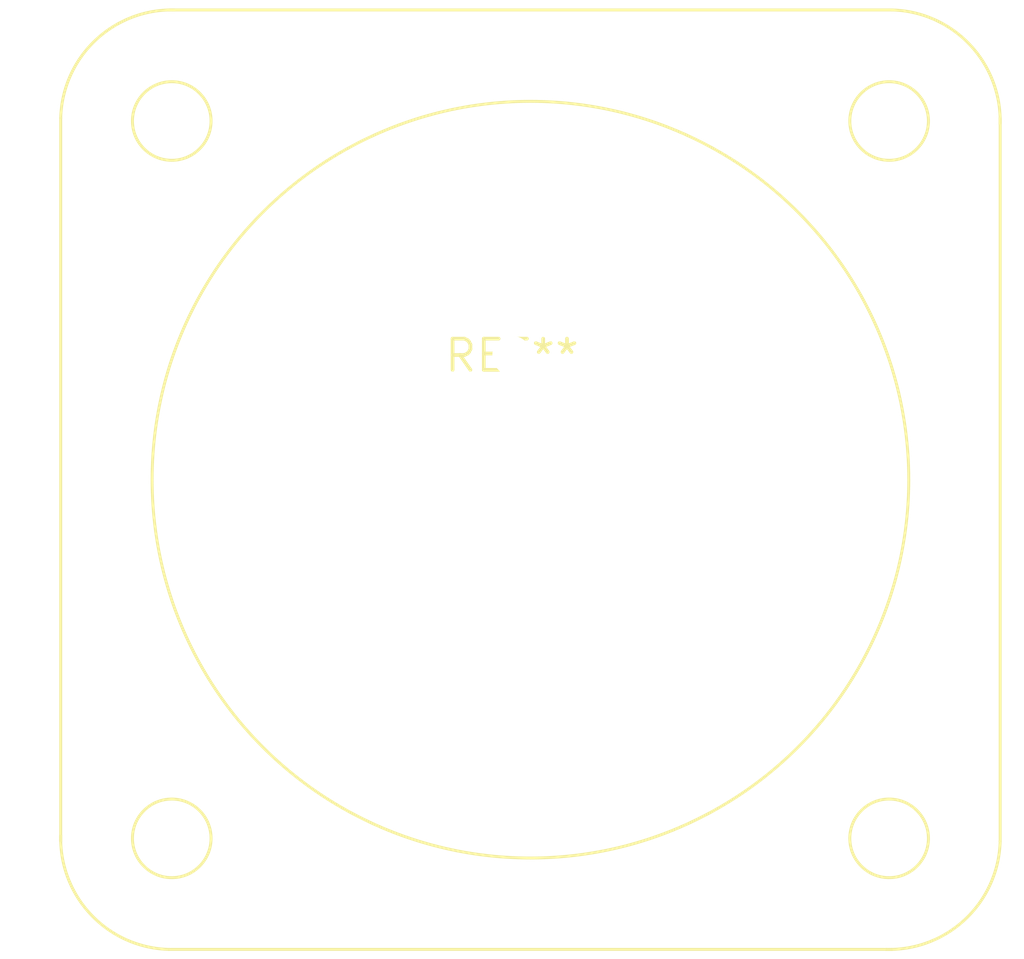
<source format=kicad_pcb>
(kicad_pcb (version 20240108) (generator pcbnew)
  (layers (0 "F.Cu" signal) (31 "B.Cu" signal) (34 "B.Paste" user) (35 "F.Paste" user) (36 "B.SilkS" user "B.Silkscreen") (37 "F.SilkS" user "F.Silkscreen") (38 "B.Mask" user) (39 "F.Mask" user) (44 "Edge.Cuts" user))
  (net 0 "")
  (footprint "Jack_speakON_Neutrik_NL8MDXX-V_Vertical" (layer "F.Cu") (at 0 0)
    (property "Reference" "REF**")
    (property "Value" "Jack_speakON_Neutrik_NL8MDXX-V_Vertical")
    (fp_line (start -18.37 19.77) (end -18.37 -9.67) (layer "F.SilkS") (stroke (width 0.12)))
    (fp_line (start -13.97 -14.07) (end 15.47 -14.07) (layer "F.SilkS") (stroke (width 0.12)))
    (fp_line (start -13.97 24.17) (end 15.47 24.17) (layer "F.SilkS") (stroke (width 0.12)))
    (fp_line (start 19.87 19.77) (end 19.87 -9.67) (layer "F.SilkS") (stroke (width 0.12)))
    (fp_arc (start -18.37 -9.67) (mid -16.96127 -12.830975) (end -13.73 -14.07) (layer "F.SilkS") (stroke (width 0.12)))
    (fp_arc (start -13.97 24.17) (mid -17.130975 22.76127) (end -18.37 19.53) (layer "F.SilkS") (stroke (width 0.12)))
    (fp_arc (start 15.47 -14.07) (mid 18.630975 -12.66127) (end 19.87 -9.43) (layer "F.SilkS") (stroke (width 0.12)))
    (fp_arc (start 19.87 19.77) (mid 18.46127 22.930975) (end 15.23 24.17) (layer "F.SilkS") (stroke (width 0.12)))
    (fp_circle (center -13.85 -9.55) (end -12.25 -9.55) (layer "F.SilkS") (stroke (width 0.12)) (fill none))
    (fp_circle (center -13.85 19.65) (end -12.25 19.65) (layer "F.SilkS") (stroke (width 0.12)) (fill none))
    (fp_circle (center 0.75 5.05) (end 16.15 5.05) (layer "F.SilkS") (stroke (width 0.12)) (fill none))
    (fp_circle (center 15.35 -9.55) (end 16.95 -9.55) (layer "F.SilkS") (stroke (width 0.12)) (fill none))
    (fp_circle (center 15.35 19.65) (end 16.95 19.65) (layer "F.SilkS") (stroke (width 0.12)) (fill none))
    (pad "1+" thru_hole circle (at 0 0) (size 3.4 3.4) (drill 1.6) (layers *.Cu *.Mask) (remove_unused_layers))
    (pad "1-" thru_hole circle (at -4.8 -1.55) (size 3.4 3.4) (drill 1.6) (layers *.Cu *.Mask) (remove_unused_layers))
    (pad "2+" thru_hole circle (at -4.3 4.3) (size 3.4 3.4) (drill 1.6) (layers *.Cu *.Mask) (remove_unused_layers))
    (pad "2-" thru_hole circle (at -5.85 10.6) (size 3.4 3.4) (drill 1.6) (layers *.Cu *.Mask) (remove_unused_layers))
    (pad "3+" thru_hole circle (at 0 10.1) (size 3.4 3.4) (drill 1.6) (layers *.Cu *.Mask) (remove_unused_layers))
    (pad "3-" thru_hole circle (at 6.3 11.65) (size 3.4 3.4) (drill 1.6) (layers *.Cu *.Mask) (remove_unused_layers))
    (pad "4+" thru_hole circle (at 5.8 5.8) (size 3.4 3.4) (drill 1.6) (layers *.Cu *.Mask) (remove_unused_layers))
    (pad "4-" thru_hole circle (at 7.35 -0.5) (size 3.4 3.4) (drill 1.6) (layers *.Cu *.Mask) (remove_unused_layers))
  )
)
</source>
